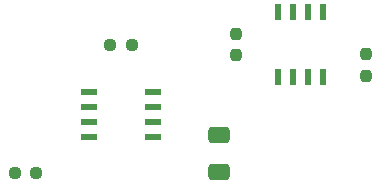
<source format=gbp>
G04 #@! TF.GenerationSoftware,KiCad,Pcbnew,7.0.11-7.0.11~ubuntu22.04.1*
G04 #@! TF.CreationDate,2024-06-23T17:04:06+02:00*
G04 #@! TF.ProjectId,RaspiZeroHat_12v_v2.5c,52617370-695a-4657-926f-4861745f3132,rev?*
G04 #@! TF.SameCoordinates,Original*
G04 #@! TF.FileFunction,Paste,Bot*
G04 #@! TF.FilePolarity,Positive*
%FSLAX46Y46*%
G04 Gerber Fmt 4.6, Leading zero omitted, Abs format (unit mm)*
G04 Created by KiCad (PCBNEW 7.0.11-7.0.11~ubuntu22.04.1) date 2024-06-23 17:04:06*
%MOMM*%
%LPD*%
G01*
G04 APERTURE LIST*
G04 Aperture macros list*
%AMRoundRect*
0 Rectangle with rounded corners*
0 $1 Rounding radius*
0 $2 $3 $4 $5 $6 $7 $8 $9 X,Y pos of 4 corners*
0 Add a 4 corners polygon primitive as box body*
4,1,4,$2,$3,$4,$5,$6,$7,$8,$9,$2,$3,0*
0 Add four circle primitives for the rounded corners*
1,1,$1+$1,$2,$3*
1,1,$1+$1,$4,$5*
1,1,$1+$1,$6,$7*
1,1,$1+$1,$8,$9*
0 Add four rect primitives between the rounded corners*
20,1,$1+$1,$2,$3,$4,$5,0*
20,1,$1+$1,$4,$5,$6,$7,0*
20,1,$1+$1,$6,$7,$8,$9,0*
20,1,$1+$1,$8,$9,$2,$3,0*%
G04 Aperture macros list end*
%ADD10R,0.558800X1.460500*%
%ADD11RoundRect,0.237500X0.237500X-0.250000X0.237500X0.250000X-0.237500X0.250000X-0.237500X-0.250000X0*%
%ADD12RoundRect,0.237500X0.250000X0.237500X-0.250000X0.237500X-0.250000X-0.237500X0.250000X-0.237500X0*%
%ADD13RoundRect,0.237500X-0.237500X0.250000X-0.237500X-0.250000X0.237500X-0.250000X0.237500X0.250000X0*%
%ADD14R,1.460500X0.558800*%
%ADD15RoundRect,0.250000X-0.650000X0.412500X-0.650000X-0.412500X0.650000X-0.412500X0.650000X0.412500X0*%
G04 APERTURE END LIST*
D10*
X153805000Y-83824150D03*
X152535000Y-83824150D03*
X151265000Y-83824150D03*
X149995000Y-83824150D03*
X149995000Y-78375850D03*
X151265000Y-78375850D03*
X152535000Y-78375850D03*
X153805000Y-78375850D03*
D11*
X157400000Y-81887500D03*
X157400000Y-83712500D03*
D12*
X135787500Y-81100000D03*
X137612500Y-81100000D03*
D13*
X146400000Y-82012500D03*
X146400000Y-80187500D03*
D12*
X127687500Y-92000000D03*
X129512500Y-92000000D03*
D14*
X139424150Y-88905000D03*
X139424150Y-87635000D03*
X139424150Y-86365000D03*
X139424150Y-85095000D03*
X133975850Y-85095000D03*
X133975850Y-86365000D03*
X133975850Y-87635000D03*
X133975850Y-88905000D03*
D15*
X145000000Y-91862500D03*
X145000000Y-88737500D03*
M02*

</source>
